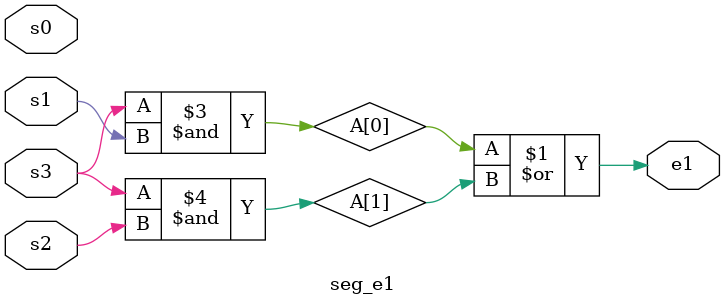
<source format=v>
module seg_e1 (e1, s3, s2, s1, s0);

    input s3, s2, s1, s0;
    output e1;


    // Fios para as portas AND (2 termos)
    wire A[1:0];
	 
/*
	e1(s3, s2, s1, s0) = s3s1 + s3s2
*/
    
	 // Instâncias das portas AND
    and (A[0], s3, s1);
    and (A[1], s3, s2);  
	 
	 
    // Porta OR final
    or (e1, A[0], A[1]);

endmodule

</source>
